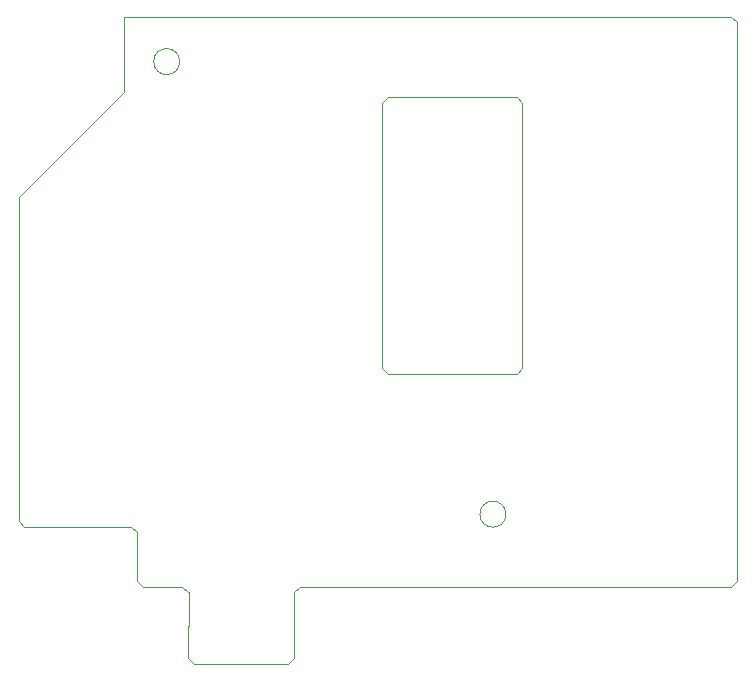
<source format=gbr>
G04 #@! TF.FileFunction,Profile,NP*
%FSLAX46Y46*%
G04 Gerber Fmt 4.6, Leading zero omitted, Abs format (unit mm)*
G04 Created by KiCad (PCBNEW (after 2015-may-01 BZR unknown)-product) date 2015/07/02 23:44:59*
%MOMM*%
G01*
G04 APERTURE LIST*
%ADD10C,0.100000*%
G04 APERTURE END LIST*
D10*
X127363220Y-110596680D02*
X127866140Y-111099600D01*
X105491280Y-80865980D02*
X156900880Y-80865980D01*
X137860700Y-122996400D02*
G75*
G03X137860700Y-122996400I-1100000J0D01*
G01*
X110240700Y-84676400D02*
G75*
G03X110240700Y-84676400I-1100000J0D01*
G01*
X138760700Y-111096400D02*
X127860700Y-111096400D01*
X139260700Y-110596400D02*
X138760700Y-111096400D01*
X139260700Y-88196400D02*
X139260700Y-110596400D01*
X138760700Y-87696400D02*
X139260700Y-88196400D01*
X127860700Y-87696400D02*
X138760700Y-87696400D01*
X127360700Y-88196400D02*
X127860700Y-87696400D01*
X127360700Y-110596400D02*
X127360700Y-88196400D01*
X157400700Y-81366400D02*
X156900700Y-80866400D01*
X157400700Y-128626400D02*
X157400700Y-81366400D01*
X156900700Y-129126400D02*
X157400700Y-128626400D01*
X120410700Y-129126400D02*
X156900700Y-129126400D01*
X119910700Y-129626400D02*
X120410700Y-129126400D01*
X119910700Y-135196400D02*
X119910700Y-129626400D01*
X119410700Y-135696400D02*
X119910700Y-135196400D01*
X111410700Y-135696400D02*
X119410700Y-135696400D01*
X110910700Y-135196400D02*
X111410700Y-135696400D01*
X110910700Y-132486400D02*
X110910700Y-135196400D01*
X111010700Y-132486400D02*
X110910700Y-132486400D01*
X111010700Y-129606400D02*
X111010700Y-132486400D01*
X110910700Y-129606400D02*
X111010700Y-129606400D01*
X110411100Y-129126400D02*
X110910700Y-129606400D01*
X107100700Y-129126400D02*
X110411100Y-129126400D01*
X106600700Y-128626400D02*
X107100700Y-129126400D01*
X106600700Y-124546400D02*
X106600700Y-128626400D01*
X106100700Y-124046400D02*
X106600700Y-124546400D01*
X97100700Y-124046400D02*
X106100700Y-124046400D01*
X96600700Y-123546400D02*
X97100700Y-124046400D01*
X96600700Y-96106400D02*
X96600700Y-123546400D01*
X105490700Y-87216400D02*
X96600700Y-96106400D01*
X105490700Y-80866400D02*
X105490700Y-87216400D01*
M02*

</source>
